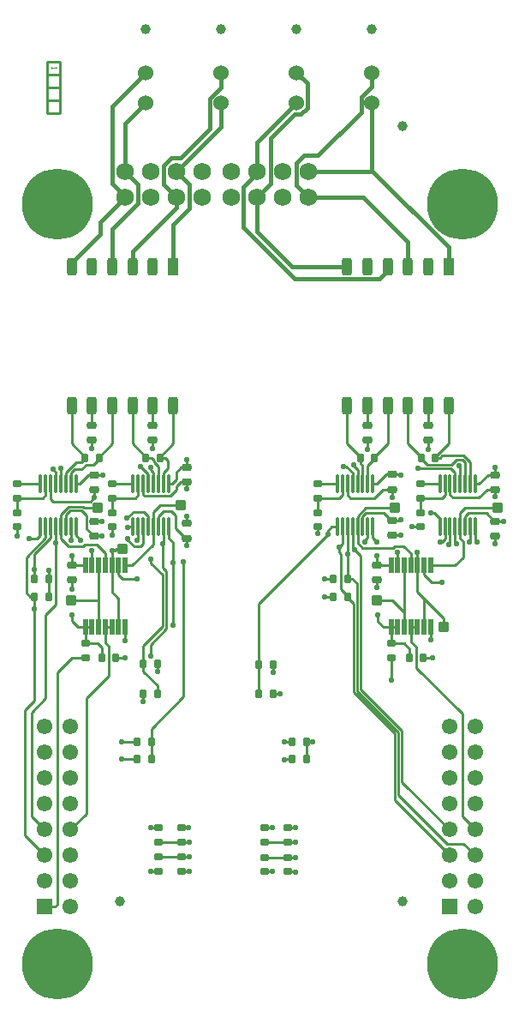
<source format=gtl>
G04*
G04 #@! TF.GenerationSoftware,Altium Limited,Altium Designer,21.4.1 (30)*
G04*
G04 Layer_Physical_Order=1*
G04 Layer_Color=255*
%FSLAX25Y25*%
%MOIN*%
G70*
G04*
G04 #@! TF.SameCoordinates,7EEB5CCF-43E0-40BE-B5BA-AD8CC80F1960*
G04*
G04*
G04 #@! TF.FilePolarity,Positive*
G04*
G01*
G75*
%ADD12C,0.01000*%
G04:AMPARAMS|DCode=15|XSize=35.43mil|YSize=27.56mil|CornerRadius=6.89mil|HoleSize=0mil|Usage=FLASHONLY|Rotation=180.000|XOffset=0mil|YOffset=0mil|HoleType=Round|Shape=RoundedRectangle|*
%AMROUNDEDRECTD15*
21,1,0.03543,0.01378,0,0,180.0*
21,1,0.02165,0.02756,0,0,180.0*
1,1,0.01378,-0.01083,0.00689*
1,1,0.01378,0.01083,0.00689*
1,1,0.01378,0.01083,-0.00689*
1,1,0.01378,-0.01083,-0.00689*
%
%ADD15ROUNDEDRECTD15*%
G04:AMPARAMS|DCode=16|XSize=17.72mil|YSize=62.99mil|CornerRadius=1.95mil|HoleSize=0mil|Usage=FLASHONLY|Rotation=180.000|XOffset=0mil|YOffset=0mil|HoleType=Round|Shape=RoundedRectangle|*
%AMROUNDEDRECTD16*
21,1,0.01772,0.05909,0,0,180.0*
21,1,0.01382,0.06299,0,0,180.0*
1,1,0.00390,-0.00691,0.02955*
1,1,0.00390,0.00691,0.02955*
1,1,0.00390,0.00691,-0.02955*
1,1,0.00390,-0.00691,-0.02955*
%
%ADD16ROUNDEDRECTD16*%
%ADD17O,0.01181X0.07677*%
G04:AMPARAMS|DCode=18|XSize=67.5mil|YSize=40mil|CornerRadius=10mil|HoleSize=0mil|Usage=FLASHONLY|Rotation=270.000|XOffset=0mil|YOffset=0mil|HoleType=Round|Shape=RoundedRectangle|*
%AMROUNDEDRECTD18*
21,1,0.06750,0.02000,0,0,270.0*
21,1,0.04750,0.04000,0,0,270.0*
1,1,0.02000,-0.01000,-0.02375*
1,1,0.02000,-0.01000,0.02375*
1,1,0.02000,0.01000,0.02375*
1,1,0.02000,0.01000,-0.02375*
%
%ADD18ROUNDEDRECTD18*%
%ADD19R,0.04000X0.06750*%
G04:AMPARAMS|DCode=20|XSize=37.4mil|YSize=29.53mil|CornerRadius=7.38mil|HoleSize=0mil|Usage=FLASHONLY|Rotation=180.000|XOffset=0mil|YOffset=0mil|HoleType=Round|Shape=RoundedRectangle|*
%AMROUNDEDRECTD20*
21,1,0.03740,0.01476,0,0,180.0*
21,1,0.02264,0.02953,0,0,180.0*
1,1,0.01476,-0.01132,0.00738*
1,1,0.01476,0.01132,0.00738*
1,1,0.01476,0.01132,-0.00738*
1,1,0.01476,-0.01132,-0.00738*
%
%ADD20ROUNDEDRECTD20*%
G04:AMPARAMS|DCode=21|XSize=35.43mil|YSize=27.56mil|CornerRadius=6.89mil|HoleSize=0mil|Usage=FLASHONLY|Rotation=90.000|XOffset=0mil|YOffset=0mil|HoleType=Round|Shape=RoundedRectangle|*
%AMROUNDEDRECTD21*
21,1,0.03543,0.01378,0,0,90.0*
21,1,0.02165,0.02756,0,0,90.0*
1,1,0.01378,0.00689,0.01083*
1,1,0.01378,0.00689,-0.01083*
1,1,0.01378,-0.00689,-0.01083*
1,1,0.01378,-0.00689,0.01083*
%
%ADD21ROUNDEDRECTD21*%
G04:AMPARAMS|DCode=37|XSize=39.37mil|YSize=39.37mil|CornerRadius=3.94mil|HoleSize=0mil|Usage=FLASHONLY|Rotation=90.000|XOffset=0mil|YOffset=0mil|HoleType=Round|Shape=RoundedRectangle|*
%AMROUNDEDRECTD37*
21,1,0.03937,0.03150,0,0,90.0*
21,1,0.03150,0.03937,0,0,90.0*
1,1,0.00787,0.01575,0.01575*
1,1,0.00787,0.01575,-0.01575*
1,1,0.00787,-0.01575,-0.01575*
1,1,0.00787,-0.01575,0.01575*
%
%ADD37ROUNDEDRECTD37*%
%ADD38C,0.03937*%
%ADD39C,0.01500*%
%ADD40C,0.00400*%
%ADD41C,0.06890*%
%ADD42C,0.06102*%
%ADD43R,0.06102X0.06102*%
%ADD44C,0.06000*%
%ADD45C,0.27559*%
%ADD46C,0.02165*%
D12*
X15731Y350500D02*
X20731D01*
X15731D02*
Y355500D01*
X20731Y350500D02*
Y355500D01*
X15731D02*
X20731D01*
X15731D02*
Y360500D01*
X20731Y355500D02*
Y360500D01*
X15731D02*
X20731D01*
X15731D02*
Y365500D01*
X20731Y360500D02*
Y365500D01*
Y370500D01*
X15731D02*
X20731D01*
X15731Y365500D02*
Y370500D01*
Y365500D02*
X20731D01*
X40797Y180403D02*
X42035D01*
X42632Y181000D01*
X45000D01*
X35679Y161000D02*
Y174649D01*
Y150634D02*
Y161000D01*
X25000D02*
X35679D01*
X170000Y150634D02*
Y154197D01*
X162331Y161866D02*
X170000Y154197D01*
X159772Y164425D02*
X162331Y161866D01*
X154654Y156346D02*
Y174649D01*
X144000Y161000D02*
X150000D01*
X154654Y156346D01*
Y150634D02*
Y156346D01*
X48770Y174649D02*
X56984Y182864D01*
X45915Y174649D02*
X48770D01*
X46610Y184906D02*
X49567Y181949D01*
X19685Y133227D02*
X25250Y138792D01*
X30561D01*
X39689Y131905D02*
Y143226D01*
X31000Y123216D02*
X39689Y131905D01*
X31000Y78244D02*
Y123216D01*
X38238Y144677D02*
X39689Y143226D01*
X38238Y144677D02*
Y150634D01*
X40797D01*
X43356D02*
Y161735D01*
X40797Y164294D02*
X43356Y161735D01*
X40797Y164294D02*
Y174649D01*
X45867Y138792D02*
X45915Y138840D01*
X42445Y138792D02*
X45867D01*
X36933D02*
Y142624D01*
X35254Y144304D02*
X36933Y142624D01*
X30561Y144304D02*
X35254D01*
X30561D02*
Y150634D01*
X33120D01*
X25316Y152948D02*
X27630Y150634D01*
X30561D01*
X25316Y152948D02*
Y155400D01*
X45056Y169400D02*
X50744D01*
X43356Y171100D02*
X45056Y169400D01*
X43356Y171100D02*
Y174649D01*
X25316Y165488D02*
Y168941D01*
Y174649D02*
X30561D01*
X25316D02*
Y178512D01*
X33120Y174649D02*
Y180403D01*
X40797Y174649D02*
Y180403D01*
X45915Y145516D02*
Y150634D01*
X143685Y184100D02*
X143800D01*
X109251Y61130D02*
X112607D01*
X144103Y174649D02*
Y178371D01*
X159324Y134797D02*
Y142874D01*
X157213Y144985D02*
X159324Y142874D01*
X157213Y144985D02*
Y150634D01*
X159324Y134797D02*
X177165Y116956D01*
Y76929D02*
Y116956D01*
Y76929D02*
X182165Y71929D01*
X149536Y130054D02*
Y138792D01*
X149482Y130000D02*
X149536Y130054D01*
X146571Y150634D02*
X149536D01*
X144378Y152826D02*
X146571Y150634D01*
X144378Y152826D02*
Y155400D01*
X165431Y168000D02*
X169221D01*
X162331Y171100D02*
X165431Y168000D01*
X162331Y171100D02*
Y174649D01*
X164890Y145762D02*
Y150634D01*
X162331D02*
Y161866D01*
X159772Y164425D02*
Y174649D01*
Y179767D01*
X152095Y174649D02*
Y179767D01*
X157213Y174649D02*
Y179278D01*
X154340Y182150D02*
X157213Y179278D01*
X151013Y182150D02*
X154340D01*
X150380Y181517D02*
X151013Y182150D01*
X138313Y181517D02*
X150380D01*
X162080Y138792D02*
X165679D01*
X149536Y144304D02*
X154521D01*
X156568Y142257D01*
Y138792D02*
Y142257D01*
X149536Y150634D02*
X152095D01*
X149536Y144304D02*
Y150634D01*
X157213D02*
X159772D01*
X144103Y166000D02*
Y168941D01*
Y174649D02*
X149536D01*
X176384Y185085D02*
X177483Y183987D01*
Y177913D02*
Y183987D01*
X174219Y174649D02*
X177483Y177913D01*
X176384Y185085D02*
Y189634D01*
X164890Y174649D02*
X174219D01*
X136484Y183346D02*
X138313Y181517D01*
X136484Y183346D02*
Y189634D01*
X139741Y195161D02*
X146600D01*
X136484Y189634D02*
Y193884D01*
X139776Y197175D01*
X150827D01*
X176384Y189634D02*
Y195219D01*
X178340Y197175D01*
X190957D01*
X137600Y126489D02*
X153600Y110489D01*
Y90494D02*
Y110489D01*
Y90494D02*
X172165Y71929D01*
X136200Y125909D02*
X152200Y109909D01*
Y85500D02*
Y109909D01*
Y85500D02*
X171300Y66400D01*
X135300Y180800D02*
X137600Y178500D01*
Y126489D02*
Y178500D01*
X132556Y162106D02*
X134800Y159862D01*
Y125329D02*
Y159862D01*
Y125329D02*
X150800Y109329D01*
X136200Y125909D02*
Y167634D01*
X134334Y169500D02*
X136200Y167634D01*
X150800Y83294D02*
Y109329D01*
X65750Y189160D02*
Y194001D01*
X63905Y195846D02*
X65750Y194001D01*
X60927Y195846D02*
X63905D01*
X58953Y193872D02*
X60927Y195846D01*
X58953Y189634D02*
Y193872D01*
X65750Y189160D02*
X69665Y185246D01*
X70059D01*
X24685Y71929D02*
X31000Y78244D01*
X19685Y42830D02*
Y133227D01*
X18784Y41929D02*
X19685Y42830D01*
X14685Y41929D02*
X18784D01*
X56984Y182864D02*
Y189634D01*
X30431Y182786D02*
X34922D01*
X29763Y182117D02*
X30431Y182786D01*
X23934Y182117D02*
X29763D01*
X34922Y182786D02*
X38238Y179470D01*
X20984Y185067D02*
X23934Y182117D01*
X38238Y175920D02*
Y179470D01*
X20984Y185067D02*
Y189634D01*
X10744Y148244D02*
Y162500D01*
X20984Y189634D02*
Y194464D01*
X23920Y197400D01*
X29580D01*
X30051Y196929D01*
X35448D01*
X56984Y195522D02*
X59462Y198000D01*
X56984Y189634D02*
Y195522D01*
X59462Y198000D02*
X67641D01*
X66025Y205295D02*
X67730Y207000D01*
X66025Y204146D02*
Y205295D01*
X67730Y207000D02*
X70000D01*
X65825Y210804D02*
X67730Y212709D01*
X65825Y207949D02*
Y210804D01*
X67730Y212709D02*
X70000D01*
X64242Y206366D02*
X65825Y207949D01*
X52794Y121622D02*
X53039Y121867D01*
X109251Y72630D02*
X112407D01*
X70903Y61271D02*
X70969Y61205D01*
X64785Y175700D02*
Y183500D01*
X58969Y67194D02*
X70924D01*
X10784Y148284D02*
Y157745D01*
Y122184D02*
Y148284D01*
X19016Y180184D02*
Y189634D01*
X123700Y169500D02*
X127044D01*
X107590Y99290D02*
X111000D01*
X56012Y175488D02*
Y177000D01*
Y175488D02*
X60500Y171000D01*
X60921Y183281D02*
Y189634D01*
X60688Y183047D02*
X60921Y183281D01*
X60688Y173799D02*
Y183047D01*
Y173799D02*
X61900Y172587D01*
X116512Y106000D02*
X118816D01*
X118858Y105958D01*
X7000Y118400D02*
X10784Y122184D01*
X10744Y148244D02*
X10784Y148284D01*
X98067Y159867D02*
X125000Y186800D01*
X98067Y136099D02*
Y159867D01*
X116512Y101462D02*
X116512Y101462D01*
Y99290D02*
Y101462D01*
X116512Y101462D02*
Y106000D01*
X53039Y143545D02*
X60500Y151007D01*
X55794Y143842D02*
X61900Y149948D01*
X46848Y185144D02*
Y185150D01*
X46610Y184906D02*
X46848Y185144D01*
X46637Y192937D02*
X49200Y195500D01*
X55886Y55759D02*
X58969D01*
X56051Y72705D02*
X58969D01*
X50554Y184332D02*
Y184870D01*
X51079Y185395D01*
Y189634D01*
X70059Y182273D02*
Y185246D01*
X61700Y216500D02*
X62687Y215513D01*
Y212397D02*
Y215513D01*
X60921Y210631D02*
X62687Y212397D01*
X59631Y216500D02*
X61700D01*
X60921Y206366D02*
Y210631D01*
X57353Y214759D02*
X58953Y213159D01*
Y206366D02*
Y213159D01*
X61900Y149948D02*
Y172587D01*
X70000Y212709D02*
Y215854D01*
X70924Y67194D02*
X70924Y67194D01*
X58550Y133324D02*
Y136322D01*
X51945Y181949D02*
X53047Y183051D01*
X49567Y181949D02*
X51945D01*
X53047Y183051D02*
Y189634D01*
X26890Y186386D02*
X28776Y184500D01*
X37100Y191854D02*
X37146D01*
X34000D02*
X37100D01*
X37146D02*
X37200Y191800D01*
X41000Y186500D02*
Y189634D01*
X34000Y186146D02*
X37100D01*
X46818Y189524D02*
X46928Y189634D01*
X49110D01*
X64600Y151600D02*
Y175700D01*
X169427Y183897D02*
X170479Y184948D01*
X168713Y183913D02*
X169412D01*
X169427Y183897D01*
X59631Y216894D02*
X64685Y221948D01*
X59631Y216500D02*
Y216894D01*
X64685Y221948D02*
Y236665D01*
X153154Y192254D02*
X153200Y192300D01*
X149900Y192254D02*
X153154D01*
X139300Y183900D02*
Y184274D01*
X125000Y186800D02*
Y188200D01*
X126434Y189634D01*
X128610D01*
X98067Y133927D02*
X98067Y133927D01*
Y124599D02*
Y133927D01*
X98067Y133927D02*
Y136099D01*
X165100Y195200D02*
X166192D01*
X168510Y192882D01*
Y189634D02*
Y192882D01*
X175100Y183000D02*
Y183400D01*
X172447Y183547D02*
Y189634D01*
X171800Y182900D02*
X172447Y183547D01*
X182290Y184510D02*
X183000Y183800D01*
X182290Y184510D02*
Y189634D01*
X179900Y183700D02*
X180321Y184121D01*
Y189634D01*
X112607Y61130D02*
X112651Y61174D01*
X112307Y67119D02*
X112351Y67074D01*
X109251Y67119D02*
X112307D01*
X132556Y169500D02*
X134334D01*
X171300Y66400D02*
X177694D01*
X182165Y61929D01*
X150800Y83294D02*
X172165Y61929D01*
X132556Y162106D02*
Y162500D01*
X129200Y179900D02*
X129900Y179200D01*
Y165550D02*
Y179200D01*
Y165550D02*
X132556Y162894D01*
Y162500D02*
Y162894D01*
X129200Y179900D02*
Y181800D01*
X132556Y179056D02*
X132700Y179200D01*
X132556Y169500D02*
Y179056D01*
X129200Y181800D02*
X130579Y183179D01*
Y189634D01*
X132547Y179353D02*
X132700Y179200D01*
X132547Y179353D02*
Y189634D01*
X134516Y181584D02*
X135300Y180800D01*
X134516Y181584D02*
Y189634D01*
X170479Y184948D02*
Y189634D01*
X174416Y184084D02*
X175100Y183400D01*
X174416Y184084D02*
Y189634D01*
X107079Y61130D02*
X107079Y61130D01*
X109251D01*
X100251Y61130D02*
X107079D01*
X107079Y67119D02*
X107079Y67119D01*
X109251D01*
X100251Y67119D02*
X107079D01*
X153146Y209954D02*
X153200Y209900D01*
X149900Y209954D02*
X153146D01*
X193354Y191854D02*
X193400Y191900D01*
X190100Y191854D02*
X193354D01*
X190100Y209854D02*
Y212700D01*
X123700Y169400D02*
Y169500D01*
X124100Y162500D02*
X124100Y162500D01*
X127044D01*
X103578Y133154D02*
Y136099D01*
X103523Y133098D02*
X103578Y133154D01*
X103578Y124599D02*
X106323D01*
X106323Y124599D01*
X107500Y99200D02*
X107590Y99290D01*
X107800Y106000D02*
X111000D01*
X103307Y72630D02*
X103351Y72674D01*
X100251Y55619D02*
X103195D01*
X112307Y55619D02*
X112351Y55574D01*
X109251Y55619D02*
X112307D01*
X100251Y72630D02*
X103307D01*
X112407Y72630D02*
X112451Y72674D01*
X142390Y185395D02*
X143685Y184100D01*
X142390Y185395D02*
Y189634D01*
X139300Y184274D02*
X140421Y185395D01*
Y189634D01*
X168508Y216500D02*
X169291Y217283D01*
X177767D01*
X166730Y216500D02*
X168508D01*
X172930Y213800D02*
X174913Y215783D01*
X163524Y213800D02*
X172930D01*
X175113Y215783D02*
X175213Y215883D01*
X174913Y215783D02*
X175113D01*
X175213Y215883D02*
X177187D01*
X178353Y214717D01*
X175900Y213400D02*
X176300D01*
X176384Y213316D01*
X178353Y206366D02*
Y214717D01*
X180321Y206366D02*
Y214728D01*
X176384Y206366D02*
Y213316D01*
X177767Y217283D02*
X180321Y214728D01*
X174416Y206366D02*
Y210605D01*
X172620Y212400D02*
X174416Y210605D01*
X190100Y183000D02*
Y186146D01*
X136484Y206366D02*
Y211816D01*
X134900Y213400D02*
X136484Y211816D01*
X134900Y213400D02*
Y213700D01*
X132020Y213100D02*
X134516Y210605D01*
X131100Y213100D02*
X132020D01*
X159800Y212400D02*
X172620D01*
X134516Y206366D02*
Y210605D01*
X146346Y204246D02*
X149900D01*
X143000Y200900D02*
X146346Y204246D01*
X133775Y200900D02*
X143000D01*
X132547Y202128D02*
X133775Y200900D01*
X132547Y202128D02*
Y206366D01*
X183700Y201000D02*
X186846Y204146D01*
X173575Y201000D02*
X183700D01*
X172447Y202128D02*
X173575Y201000D01*
X186846Y204146D02*
X190100D01*
X172447Y202128D02*
Y206366D01*
X190100Y201300D02*
Y204146D01*
X157634Y189634D02*
X160900D01*
X161218Y216106D02*
X163524Y213800D01*
X161218Y216106D02*
Y216500D01*
X140421Y206366D02*
Y213498D01*
X143030Y216106D02*
Y216500D01*
X140421Y213498D02*
X143030Y216106D01*
X137518Y214328D02*
X138453Y213394D01*
Y206366D02*
Y213394D01*
X137518Y214328D02*
Y216500D01*
X166730Y216894D02*
X171874Y222038D01*
X166730Y216500D02*
Y216894D01*
X171874Y222038D02*
Y236665D01*
X161218Y216500D02*
Y216894D01*
X156074Y222038D02*
X161218Y216894D01*
X156074Y222038D02*
Y236665D01*
X143030Y216894D02*
X148174Y222038D01*
X143030Y216500D02*
Y216894D01*
X148174Y222038D02*
Y236665D01*
X137518Y216500D02*
Y216894D01*
X132374Y222038D02*
X137518Y216894D01*
X132374Y222038D02*
Y236665D01*
X57353Y214759D02*
Y215547D01*
X56400Y216500D02*
X57353Y215547D01*
X54119Y216500D02*
X56400D01*
X48885Y222128D02*
Y236665D01*
Y222128D02*
X54119Y216894D01*
Y216500D02*
Y216894D01*
X56785Y220215D02*
Y223396D01*
X53047Y202128D02*
X53547Y201627D01*
X53047Y202128D02*
Y206366D01*
X53547Y201627D02*
X63507D01*
X66025Y204146D01*
X70000Y204354D02*
Y207000D01*
X70059Y190954D02*
Y193600D01*
X62890Y206366D02*
X64242D01*
X55016D02*
Y210184D01*
X52100Y213100D02*
X55016Y210184D01*
X55900Y211689D02*
X56984Y210605D01*
X55900Y211689D02*
Y212800D01*
X56984Y206366D02*
Y210605D01*
X121015Y206366D02*
X128610D01*
X121015Y200854D02*
X129306D01*
X130579Y202128D01*
Y206366D01*
X121015Y199076D02*
X121015Y199076D01*
X121015Y195256D02*
Y199076D01*
X121015Y199076D02*
Y200854D01*
X169205D02*
X170479Y202128D01*
X160900Y200854D02*
X169205D01*
X170479Y202128D02*
Y206366D01*
X160900Y195146D02*
Y200854D01*
Y206366D02*
X168510D01*
X163974Y219715D02*
Y223396D01*
Y229104D02*
Y236665D01*
X140274Y229104D02*
Y236665D01*
Y219715D02*
Y223396D01*
X41000Y189634D02*
Y189744D01*
X33085Y220215D02*
Y223396D01*
Y220000D02*
Y220215D01*
X187254Y209854D02*
X190100D01*
X183766Y206366D02*
X187254Y209854D01*
X182290Y206366D02*
X183766D01*
X178353Y193872D02*
X179580Y195100D01*
X186461D01*
X178353Y189634D02*
Y193872D01*
X186461Y195100D02*
X189706Y191854D01*
X190100D01*
X149900Y186546D02*
X153200D01*
X149900Y201200D02*
Y204246D01*
X138453Y193872D02*
X139741Y195161D01*
X138453Y189634D02*
Y193872D01*
X146600Y195161D02*
X149506Y192254D01*
X149900D01*
X144042Y206366D02*
X147630Y209954D01*
X142390Y206366D02*
X144042D01*
X147630Y209954D02*
X149900D01*
X121015Y187085D02*
Y189744D01*
X29000Y196000D02*
X30800Y194200D01*
Y188952D02*
Y194200D01*
Y188952D02*
X33606Y186146D01*
X10744Y169500D02*
Y173200D01*
Y179092D01*
X17047Y185395D01*
Y189634D01*
X19100Y159500D02*
Y180069D01*
X15000Y155400D02*
X19100Y159500D01*
X15000Y123000D02*
Y155400D01*
X17800Y212100D02*
X19016Y210884D01*
X31654Y209854D02*
X34000D01*
X28166Y206366D02*
X31654Y209854D01*
X26890Y206366D02*
X28166D01*
X34000Y209854D02*
X37300D01*
X26984Y214647D02*
X28870D01*
X22953Y210616D02*
X26984Y214647D01*
X22953Y206366D02*
Y210616D01*
X30329Y216106D02*
Y216500D01*
X28870Y214647D02*
X30329Y216106D01*
X20984Y212284D02*
X21000Y212300D01*
X20984Y206366D02*
Y212284D01*
X19016Y206366D02*
Y210884D01*
X32500Y199500D02*
X34000Y201000D01*
Y204146D01*
X18094Y199500D02*
X32500D01*
X62890Y185395D02*
X64785Y183500D01*
X64500Y151500D02*
X64600Y151600D01*
X67969Y72705D02*
X70769D01*
X19000Y180168D02*
X19100Y180069D01*
Y183500D01*
X16256Y162500D02*
Y169500D01*
Y172900D01*
X19000Y180168D02*
X19016Y180184D01*
X67969Y55759D02*
X70969D01*
X67969Y61271D02*
X70903D01*
X67969Y55759D02*
X68023Y55705D01*
X53039Y121867D02*
Y124822D01*
X56256Y111256D02*
X68700Y123700D01*
Y176100D01*
X7000Y69614D02*
Y118400D01*
X4000Y195256D02*
Y200854D01*
X13805D01*
X15079Y202128D01*
Y206366D01*
X4000D02*
X13110D01*
X41000Y200854D02*
X49806D01*
X51079Y202128D01*
Y206366D01*
X41000D02*
X49110D01*
X41000Y195146D02*
Y200854D01*
X49200Y195500D02*
X53388D01*
X55794Y139322D02*
Y143842D01*
X53039Y136322D02*
Y143545D01*
X56256Y106000D02*
Y111256D01*
X60500Y151007D02*
Y171000D01*
X8500Y185000D02*
X11724D01*
X13110Y186386D01*
Y189634D01*
X62890Y185395D02*
Y189634D01*
X26890Y186386D02*
Y189634D01*
X24921Y185395D02*
Y189634D01*
X53388Y195500D02*
X55016Y193872D01*
Y189634D02*
Y193872D01*
X56256Y103828D02*
X56256Y103828D01*
Y99290D02*
Y103828D01*
X56256Y103828D02*
Y106000D01*
X44500D02*
X50744D01*
X9500Y117500D02*
X15000Y123000D01*
X9500Y77114D02*
Y117500D01*
Y77114D02*
X14685Y71929D01*
X7000Y69614D02*
X14685Y61929D01*
X58550Y124822D02*
Y128067D01*
X53039Y133578D02*
X58550Y128067D01*
X53039Y133578D02*
Y136322D01*
X65797Y61271D02*
X65797Y61271D01*
X58969Y61271D02*
X65797D01*
X65797Y61271D02*
X67969D01*
X35841Y216894D02*
X40985Y222038D01*
X30828Y213828D02*
X33563D01*
X29000Y212000D02*
X30828Y213828D01*
X25185Y222038D02*
X30329Y216894D01*
X33563Y213828D02*
X35841Y216106D01*
Y216500D01*
X26316Y212000D02*
X29000D01*
X24921Y210605D02*
X26316Y212000D01*
X24921Y206366D02*
Y210605D01*
X44790Y99290D02*
X50744D01*
X17047Y200547D02*
X18094Y199500D01*
X33606Y204146D02*
X34000D01*
X17047Y200547D02*
Y206366D01*
X4000Y186000D02*
Y189744D01*
X7500Y163966D02*
X8966Y162500D01*
X7500Y163966D02*
Y177828D01*
X8966Y162500D02*
X10744D01*
X7500Y177828D02*
X15079Y185407D01*
Y189634D01*
X24500Y196000D02*
X29000D01*
X22953Y194453D02*
X24500Y196000D01*
X22953Y189634D02*
Y194453D01*
X33606Y186146D02*
X34000D01*
X35841Y216500D02*
Y216894D01*
X40985Y222038D02*
Y236665D01*
X30329Y216500D02*
Y216894D01*
X25185Y222038D02*
Y236665D01*
X56785Y229104D02*
Y236665D01*
X33085Y229104D02*
Y236665D01*
D15*
X149536Y138792D02*
D03*
Y144304D02*
D03*
X4000Y200854D02*
D03*
Y206366D02*
D03*
Y189744D02*
D03*
Y195256D02*
D03*
X67969Y55759D02*
D03*
Y61271D02*
D03*
X58969Y61271D02*
D03*
Y55759D02*
D03*
X58969Y67194D02*
D03*
Y72705D02*
D03*
X67969Y67194D02*
D03*
Y72705D02*
D03*
X41000Y200854D02*
D03*
Y206366D02*
D03*
Y189634D02*
D03*
Y195146D02*
D03*
X109251Y55619D02*
D03*
Y61130D02*
D03*
X100251Y61130D02*
D03*
Y55619D02*
D03*
X100251Y72630D02*
D03*
Y67119D02*
D03*
X109251Y72630D02*
D03*
Y67119D02*
D03*
X121015Y200854D02*
D03*
Y206366D02*
D03*
X160900Y200854D02*
D03*
Y206366D02*
D03*
X121015Y189744D02*
D03*
Y195256D02*
D03*
X160900Y189634D02*
D03*
Y195146D02*
D03*
X30561Y138792D02*
D03*
Y144304D02*
D03*
D16*
X164890Y174649D02*
D03*
X162331D02*
D03*
X159772D02*
D03*
X157213D02*
D03*
X154654D02*
D03*
X152095D02*
D03*
X149536D02*
D03*
X164890Y150634D02*
D03*
X162331D02*
D03*
X159772D02*
D03*
X157213D02*
D03*
X154654D02*
D03*
X152095D02*
D03*
X149536D02*
D03*
X45915Y174649D02*
D03*
X43356D02*
D03*
X40797D02*
D03*
X38238D02*
D03*
X35679D02*
D03*
X33120D02*
D03*
X30561D02*
D03*
X45915Y150634D02*
D03*
X43356D02*
D03*
X40797D02*
D03*
X38238D02*
D03*
X35679D02*
D03*
X33120D02*
D03*
X30561D02*
D03*
D17*
X13110Y189634D02*
D03*
X15079D02*
D03*
X17047D02*
D03*
X19016D02*
D03*
X20984D02*
D03*
X22953D02*
D03*
X24921D02*
D03*
X26890D02*
D03*
X13110Y206366D02*
D03*
X15079D02*
D03*
X17047D02*
D03*
X19016D02*
D03*
X20984D02*
D03*
X22953D02*
D03*
X24921D02*
D03*
X26890D02*
D03*
X49110Y189634D02*
D03*
X51079D02*
D03*
X53047D02*
D03*
X55016D02*
D03*
X56984D02*
D03*
X58953D02*
D03*
X60921D02*
D03*
X62890D02*
D03*
X49110Y206366D02*
D03*
X51079D02*
D03*
X53047D02*
D03*
X55016D02*
D03*
X56984D02*
D03*
X58953D02*
D03*
X60921D02*
D03*
X62890D02*
D03*
X128610Y189634D02*
D03*
X130579D02*
D03*
X128610Y206366D02*
D03*
X130579D02*
D03*
X136484Y189634D02*
D03*
X138453D02*
D03*
X132547D02*
D03*
X134516D02*
D03*
X140421D02*
D03*
X142390D02*
D03*
X132547Y206366D02*
D03*
X134516D02*
D03*
X136484D02*
D03*
X138453D02*
D03*
X142390D02*
D03*
X140421D02*
D03*
X168510Y189634D02*
D03*
X170479D02*
D03*
X168510Y206366D02*
D03*
X170479D02*
D03*
X176384Y189634D02*
D03*
X178353D02*
D03*
X172447D02*
D03*
X174416D02*
D03*
X180321D02*
D03*
X182290D02*
D03*
X172447Y206366D02*
D03*
X174416D02*
D03*
X176384D02*
D03*
X178353D02*
D03*
X182290D02*
D03*
X180321D02*
D03*
D18*
X25185Y236665D02*
D03*
X33085D02*
D03*
X40985D02*
D03*
X48885D02*
D03*
X56785D02*
D03*
X64685D02*
D03*
X25185Y290915D02*
D03*
X33085D02*
D03*
X40985D02*
D03*
X48885D02*
D03*
X56785D02*
D03*
X132374Y236665D02*
D03*
X140274D02*
D03*
X148174D02*
D03*
X156074D02*
D03*
X163974D02*
D03*
X171874D02*
D03*
X132374Y290915D02*
D03*
X140274D02*
D03*
X148174D02*
D03*
X156074D02*
D03*
X163974D02*
D03*
D19*
X64685D02*
D03*
X171874D02*
D03*
D20*
X144103Y168941D02*
D03*
Y174649D02*
D03*
X34000Y191854D02*
D03*
Y186146D02*
D03*
X34000Y204146D02*
D03*
Y209854D02*
D03*
X163974Y223396D02*
D03*
Y229104D02*
D03*
X56785Y223396D02*
D03*
Y229104D02*
D03*
X70000Y212709D02*
D03*
Y207000D02*
D03*
X70059Y185246D02*
D03*
Y190954D02*
D03*
X33085Y223396D02*
D03*
Y229104D02*
D03*
X140274Y223396D02*
D03*
Y229104D02*
D03*
X149900Y186546D02*
D03*
Y192254D02*
D03*
X190100Y186146D02*
D03*
Y191854D02*
D03*
X149900Y204246D02*
D03*
Y209954D02*
D03*
X190100Y204146D02*
D03*
Y209854D02*
D03*
X25316Y174649D02*
D03*
Y168941D02*
D03*
D21*
X58550Y136322D02*
D03*
X53039D02*
D03*
Y124822D02*
D03*
X58550D02*
D03*
X50744Y106000D02*
D03*
X56256D02*
D03*
X56256Y99290D02*
D03*
X50744D02*
D03*
X59631Y216500D02*
D03*
X54119D02*
D03*
X161218D02*
D03*
X166730D02*
D03*
X98067Y136099D02*
D03*
X103578D02*
D03*
X103578Y124599D02*
D03*
X98067D02*
D03*
X111000Y106000D02*
D03*
X116512D02*
D03*
X111000Y99290D02*
D03*
X116512D02*
D03*
X35841Y216500D02*
D03*
X30329D02*
D03*
X137518D02*
D03*
X143030D02*
D03*
X10744Y162500D02*
D03*
X16256D02*
D03*
X132556Y162500D02*
D03*
X127044D02*
D03*
X10744Y169500D02*
D03*
X16256D02*
D03*
X132556Y169500D02*
D03*
X127044D02*
D03*
X36933Y138792D02*
D03*
X42445D02*
D03*
X156568D02*
D03*
X162080D02*
D03*
D37*
X144000Y161000D02*
D03*
X67641Y198000D02*
D03*
X190957Y197175D02*
D03*
X35448Y196929D02*
D03*
X150827Y197175D02*
D03*
X45000Y181000D02*
D03*
X170000Y150634D02*
D03*
X25000Y161000D02*
D03*
D38*
X44004Y44208D02*
D03*
X153803D02*
D03*
Y345361D02*
D03*
X112644Y383100D02*
D03*
X83243D02*
D03*
X53842D02*
D03*
X142045D02*
D03*
D39*
X92000Y321777D02*
X97362Y327139D01*
X92000Y306201D02*
Y321777D01*
Y306201D02*
X112010Y286191D01*
X97362Y317835D02*
X102767Y323240D01*
X46021Y327835D02*
X51079Y322777D01*
Y315442D02*
Y322777D01*
X40985Y305348D02*
X51079Y315442D01*
X40985Y290915D02*
Y305348D01*
X61000Y322858D02*
X66024Y317835D01*
X61000Y322858D02*
Y330000D01*
X64000Y333000D01*
X67653D01*
X66024Y327835D02*
X71000Y322858D01*
Y313311D02*
Y322858D01*
X64685Y306996D02*
X71000Y313311D01*
X64685Y290915D02*
Y306996D01*
X112644Y322553D02*
X117362Y317835D01*
X112644Y322553D02*
Y331000D01*
X115618Y333974D01*
X121041D01*
X102767Y323240D02*
Y340843D01*
X112075Y350151D01*
X141690Y327835D02*
X142045Y328190D01*
X117362Y327835D02*
X141690D01*
X171874Y290915D02*
Y298361D01*
X142045Y328190D02*
X171874Y298361D01*
X142045Y328190D02*
Y354301D01*
Y360797D02*
Y366100D01*
X137895Y356647D02*
X142045Y360797D01*
X137895Y350828D02*
Y356647D01*
X121041Y333974D02*
X137895Y350828D01*
X117362Y317835D02*
X138555D01*
X156074Y300315D01*
Y290915D02*
Y300315D01*
X97362Y327835D02*
Y339019D01*
Y327139D02*
Y327835D01*
Y339019D02*
X112644Y354301D01*
Y366100D02*
X116794Y361950D01*
Y352582D02*
Y361950D01*
X114363Y350151D02*
X116794Y352582D01*
X112075Y350151D02*
X114363D01*
X112010Y286191D02*
X144825D01*
X148174Y289540D01*
Y290915D01*
X97362Y304374D02*
Y317835D01*
Y304374D02*
X110821Y290915D01*
X132374D01*
X79000Y356120D02*
X83243Y360363D01*
X79000Y344347D02*
Y356120D01*
X67653Y333000D02*
X79000Y344347D01*
X66024Y327835D02*
X83243Y345054D01*
Y360363D02*
Y366100D01*
Y345054D02*
Y354301D01*
X46021Y327835D02*
Y346480D01*
X40797Y323059D02*
X46021Y317835D01*
X36231Y308044D02*
X46021Y317835D01*
X48885Y296775D02*
X66024Y313913D01*
X48885Y290915D02*
Y296775D01*
X66024Y313913D02*
Y317835D01*
X40797Y323059D02*
Y353056D01*
X53842Y366100D01*
X46021Y346480D02*
X53842Y354301D01*
X36231Y303336D02*
Y308044D01*
X25185Y292290D02*
X36231Y303336D01*
X25185Y290915D02*
Y292290D01*
D40*
X17331Y368300D02*
Y367633D01*
Y367966D01*
X19331D01*
X18997Y368300D01*
D41*
X107362Y327835D02*
D03*
Y317835D02*
D03*
X97362D02*
D03*
Y327835D02*
D03*
X87362Y317835D02*
D03*
Y327835D02*
D03*
X117362D02*
D03*
Y317835D02*
D03*
X66024Y327835D02*
D03*
Y317835D02*
D03*
X56024D02*
D03*
Y327835D02*
D03*
X46024Y317835D02*
D03*
Y327835D02*
D03*
X76024D02*
D03*
Y317835D02*
D03*
D42*
X172165Y51929D02*
D03*
Y61929D02*
D03*
Y71929D02*
D03*
Y81929D02*
D03*
Y91929D02*
D03*
Y101929D02*
D03*
Y111929D02*
D03*
X182165Y41929D02*
D03*
Y51929D02*
D03*
Y61929D02*
D03*
Y71929D02*
D03*
Y81929D02*
D03*
Y91929D02*
D03*
Y101929D02*
D03*
Y111929D02*
D03*
X14685Y51929D02*
D03*
Y61929D02*
D03*
Y71929D02*
D03*
Y81929D02*
D03*
Y91929D02*
D03*
Y101929D02*
D03*
Y111929D02*
D03*
X24685Y41929D02*
D03*
Y51929D02*
D03*
Y61929D02*
D03*
Y71929D02*
D03*
Y81929D02*
D03*
Y91929D02*
D03*
Y101929D02*
D03*
Y111929D02*
D03*
D43*
X172165Y41929D02*
D03*
X14685D02*
D03*
D44*
X112644Y366100D02*
D03*
Y354301D02*
D03*
X83243Y366100D02*
D03*
Y354301D02*
D03*
X53842Y366100D02*
D03*
Y354301D02*
D03*
X142045Y366100D02*
D03*
Y354301D02*
D03*
D45*
X19685Y314961D02*
D03*
X177165D02*
D03*
X19685Y19685D02*
D03*
X177165D02*
D03*
D46*
X45915Y138840D02*
D03*
X25316Y165488D02*
D03*
Y178512D02*
D03*
X45915Y145516D02*
D03*
X144103Y178371D02*
D03*
X149482Y130000D02*
D03*
X144378Y155400D02*
D03*
X169221Y168000D02*
D03*
X164890Y145762D02*
D03*
X159772Y179767D02*
D03*
X152095D02*
D03*
X165679Y138792D02*
D03*
X144103Y166000D02*
D03*
X25316Y155400D02*
D03*
X50744Y169400D02*
D03*
X40797Y180403D02*
D03*
X33120D02*
D03*
X56012Y177000D02*
D03*
X60688Y183047D02*
D03*
X118858Y105958D02*
D03*
X10784Y157745D02*
D03*
X46848Y185150D02*
D03*
X46637Y192937D02*
D03*
X70000Y215854D02*
D03*
X70059Y182273D02*
D03*
X55886Y55759D02*
D03*
X56051Y72705D02*
D03*
X70924Y67194D02*
D03*
X58550Y133324D02*
D03*
X50554Y184332D02*
D03*
X28776Y184500D02*
D03*
X37100Y191854D02*
D03*
X24921Y184500D02*
D03*
X41000Y186500D02*
D03*
X37100Y186146D02*
D03*
X46818Y189524D02*
D03*
X64600Y175700D02*
D03*
X168713Y183913D02*
D03*
X153200Y192300D02*
D03*
X139300Y183900D02*
D03*
X125000Y186800D02*
D03*
X165100Y195200D02*
D03*
X143800Y183900D02*
D03*
X175100Y183000D02*
D03*
X171800Y182900D02*
D03*
X183000Y183800D02*
D03*
X179900Y183700D02*
D03*
X112351Y61174D02*
D03*
Y67074D02*
D03*
X129200Y181800D02*
D03*
X132700Y179200D02*
D03*
X135300Y180800D02*
D03*
X153200Y209900D02*
D03*
X193400Y191900D02*
D03*
X190100Y212700D02*
D03*
X123700Y169400D02*
D03*
Y162500D02*
D03*
X103523Y133098D02*
D03*
X106323Y124599D02*
D03*
X107800Y99200D02*
D03*
Y106000D02*
D03*
X103351Y72674D02*
D03*
Y55619D02*
D03*
X112351Y55574D02*
D03*
Y72674D02*
D03*
X175900Y213400D02*
D03*
X190100Y183000D02*
D03*
X134900Y213700D02*
D03*
X131100Y213100D02*
D03*
X159800Y212400D02*
D03*
X190100Y201300D02*
D03*
X157634Y189634D02*
D03*
X56785Y220215D02*
D03*
X70059Y193600D02*
D03*
X52100Y213100D02*
D03*
X55900Y212800D02*
D03*
X163974Y219715D02*
D03*
X140274D02*
D03*
X153200Y186546D02*
D03*
X149900Y201200D02*
D03*
X121015Y187085D02*
D03*
X10744Y173200D02*
D03*
X17800Y212100D02*
D03*
X21000Y212300D02*
D03*
X34000Y201000D02*
D03*
X70769Y72705D02*
D03*
X19100Y183500D02*
D03*
X16256Y172900D02*
D03*
X70969Y61271D02*
D03*
Y55759D02*
D03*
X53039Y121622D02*
D03*
X68700Y176100D02*
D03*
X37300Y209854D02*
D03*
X64500Y151500D02*
D03*
X55794Y139322D02*
D03*
X8500Y185000D02*
D03*
X44500Y106000D02*
D03*
X33085Y220215D02*
D03*
X44500Y99290D02*
D03*
X4000Y186000D02*
D03*
X70000Y204354D02*
D03*
M02*

</source>
